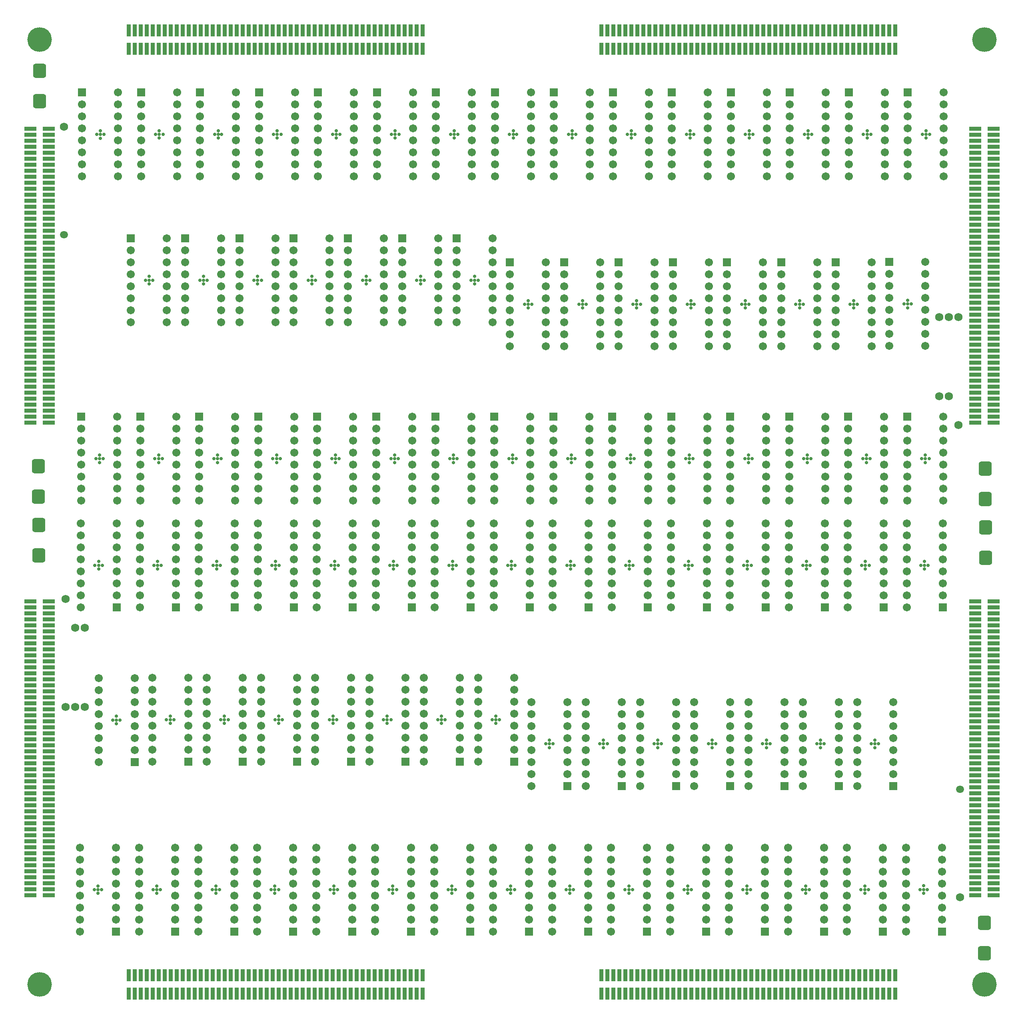
<source format=gts>
G04 Layer_Color=8388736*
%FSLAX25Y25*%
%MOIN*%
G70*
G01*
G75*
G04:AMPARAMS|DCode=38|XSize=117.06mil|YSize=108.39mil|CornerRadius=19.06mil|HoleSize=0mil|Usage=FLASHONLY|Rotation=90.000|XOffset=0mil|YOffset=0mil|HoleType=Round|Shape=RoundedRectangle|*
%AMROUNDEDRECTD38*
21,1,0.11706,0.07028,0,0,90.0*
21,1,0.07894,0.10839,0,0,90.0*
1,1,0.03812,0.03514,0.03947*
1,1,0.03812,0.03514,-0.03947*
1,1,0.03812,-0.03514,-0.03947*
1,1,0.03812,-0.03514,0.03947*
%
%ADD38ROUNDEDRECTD38*%
%ADD39R,0.10249X0.03713*%
%ADD40R,0.03713X0.10249*%
%ADD41C,0.20485*%
%ADD42C,0.06706*%
%ADD43R,0.06706X0.06706*%
%ADD44C,0.06800*%
%ADD45O,0.06800X0.05918*%
%ADD46C,0.02768*%
D38*
X393897Y-342519D02*
D03*
Y-367834D02*
D03*
X-393897Y342519D02*
D03*
Y367834D02*
D03*
X394881Y-12795D02*
D03*
Y-38110D02*
D03*
X-394881Y12795D02*
D03*
Y38110D02*
D03*
X-394489Y-10826D02*
D03*
Y-36141D02*
D03*
X394489Y10826D02*
D03*
Y36141D02*
D03*
D39*
X-401378Y319350D02*
D03*
Y314350D02*
D03*
Y309350D02*
D03*
Y304350D02*
D03*
Y299350D02*
D03*
Y294350D02*
D03*
Y289350D02*
D03*
Y284350D02*
D03*
Y279350D02*
D03*
Y274350D02*
D03*
Y269350D02*
D03*
Y264350D02*
D03*
Y259350D02*
D03*
Y254350D02*
D03*
Y249350D02*
D03*
Y244350D02*
D03*
Y239350D02*
D03*
Y234350D02*
D03*
Y229350D02*
D03*
Y224350D02*
D03*
Y219350D02*
D03*
Y214350D02*
D03*
Y209350D02*
D03*
Y204350D02*
D03*
Y199350D02*
D03*
Y194350D02*
D03*
Y189350D02*
D03*
Y184350D02*
D03*
Y179350D02*
D03*
Y174350D02*
D03*
Y169350D02*
D03*
Y164350D02*
D03*
Y159350D02*
D03*
Y154350D02*
D03*
Y149350D02*
D03*
Y144350D02*
D03*
Y139350D02*
D03*
Y134350D02*
D03*
Y129350D02*
D03*
Y124350D02*
D03*
Y119350D02*
D03*
Y114350D02*
D03*
Y109350D02*
D03*
Y104350D02*
D03*
Y99350D02*
D03*
Y94350D02*
D03*
Y89350D02*
D03*
Y84350D02*
D03*
Y79350D02*
D03*
Y74350D02*
D03*
X-386023Y319350D02*
D03*
Y314350D02*
D03*
Y309350D02*
D03*
Y304350D02*
D03*
Y299350D02*
D03*
Y294350D02*
D03*
Y289350D02*
D03*
Y284350D02*
D03*
Y279350D02*
D03*
Y274350D02*
D03*
Y269350D02*
D03*
Y264350D02*
D03*
Y259350D02*
D03*
Y254350D02*
D03*
Y249350D02*
D03*
Y244350D02*
D03*
Y239350D02*
D03*
Y234350D02*
D03*
Y229350D02*
D03*
Y224350D02*
D03*
Y219350D02*
D03*
Y214350D02*
D03*
Y209350D02*
D03*
Y204350D02*
D03*
Y199350D02*
D03*
Y194350D02*
D03*
Y189350D02*
D03*
Y184350D02*
D03*
Y179350D02*
D03*
Y174350D02*
D03*
Y169350D02*
D03*
Y164350D02*
D03*
Y159350D02*
D03*
Y154350D02*
D03*
Y149350D02*
D03*
Y144350D02*
D03*
Y139350D02*
D03*
Y134350D02*
D03*
Y129350D02*
D03*
Y124350D02*
D03*
Y119350D02*
D03*
Y114350D02*
D03*
Y109350D02*
D03*
Y104350D02*
D03*
Y99350D02*
D03*
Y94350D02*
D03*
Y89350D02*
D03*
Y84350D02*
D03*
Y79350D02*
D03*
Y74350D02*
D03*
X386024Y319350D02*
D03*
Y314350D02*
D03*
Y309350D02*
D03*
Y304350D02*
D03*
Y299350D02*
D03*
Y294350D02*
D03*
Y289350D02*
D03*
Y284350D02*
D03*
Y279350D02*
D03*
Y274350D02*
D03*
Y269350D02*
D03*
Y264350D02*
D03*
Y259350D02*
D03*
Y254350D02*
D03*
Y249350D02*
D03*
Y244350D02*
D03*
Y239350D02*
D03*
Y234350D02*
D03*
Y229350D02*
D03*
Y224350D02*
D03*
Y219350D02*
D03*
Y214350D02*
D03*
Y209350D02*
D03*
Y204350D02*
D03*
Y199350D02*
D03*
Y194350D02*
D03*
Y189350D02*
D03*
Y184350D02*
D03*
Y179350D02*
D03*
Y174350D02*
D03*
Y169350D02*
D03*
Y164350D02*
D03*
Y159350D02*
D03*
Y154350D02*
D03*
Y149350D02*
D03*
Y144350D02*
D03*
Y139350D02*
D03*
Y134350D02*
D03*
Y129350D02*
D03*
Y124350D02*
D03*
Y119350D02*
D03*
Y114350D02*
D03*
Y109350D02*
D03*
Y104350D02*
D03*
Y99350D02*
D03*
Y94350D02*
D03*
Y89350D02*
D03*
Y84350D02*
D03*
Y79350D02*
D03*
Y74350D02*
D03*
X401378Y319350D02*
D03*
Y314350D02*
D03*
Y309350D02*
D03*
Y304350D02*
D03*
Y299350D02*
D03*
Y294350D02*
D03*
Y289350D02*
D03*
Y284350D02*
D03*
Y279350D02*
D03*
Y274350D02*
D03*
Y269350D02*
D03*
Y264350D02*
D03*
Y259350D02*
D03*
Y254350D02*
D03*
Y249350D02*
D03*
Y244350D02*
D03*
Y239350D02*
D03*
Y234350D02*
D03*
Y229350D02*
D03*
Y224350D02*
D03*
Y219350D02*
D03*
Y214350D02*
D03*
Y209350D02*
D03*
Y204350D02*
D03*
Y199350D02*
D03*
Y194350D02*
D03*
Y189350D02*
D03*
Y184350D02*
D03*
Y179350D02*
D03*
Y174350D02*
D03*
Y169350D02*
D03*
Y164350D02*
D03*
Y159350D02*
D03*
Y154350D02*
D03*
Y149350D02*
D03*
Y144350D02*
D03*
Y139350D02*
D03*
Y134350D02*
D03*
Y129350D02*
D03*
Y124350D02*
D03*
Y119350D02*
D03*
Y114350D02*
D03*
Y109350D02*
D03*
Y104350D02*
D03*
Y99350D02*
D03*
Y94350D02*
D03*
Y89350D02*
D03*
Y84350D02*
D03*
Y79350D02*
D03*
Y74350D02*
D03*
X-386024Y-319350D02*
D03*
Y-314350D02*
D03*
Y-309350D02*
D03*
Y-304350D02*
D03*
Y-299350D02*
D03*
Y-294350D02*
D03*
Y-289350D02*
D03*
Y-284350D02*
D03*
Y-279350D02*
D03*
Y-274350D02*
D03*
Y-269350D02*
D03*
Y-264350D02*
D03*
Y-259350D02*
D03*
Y-254350D02*
D03*
Y-249350D02*
D03*
Y-244350D02*
D03*
Y-239350D02*
D03*
Y-234350D02*
D03*
Y-229350D02*
D03*
Y-224350D02*
D03*
Y-219350D02*
D03*
Y-214350D02*
D03*
Y-209350D02*
D03*
Y-204350D02*
D03*
Y-199350D02*
D03*
Y-194350D02*
D03*
Y-189350D02*
D03*
Y-184350D02*
D03*
Y-179350D02*
D03*
Y-174350D02*
D03*
Y-169350D02*
D03*
Y-164350D02*
D03*
Y-159350D02*
D03*
Y-154350D02*
D03*
Y-149350D02*
D03*
Y-144350D02*
D03*
Y-139350D02*
D03*
Y-134350D02*
D03*
Y-129350D02*
D03*
Y-124350D02*
D03*
Y-119350D02*
D03*
Y-114350D02*
D03*
Y-109350D02*
D03*
Y-104350D02*
D03*
Y-99350D02*
D03*
Y-94350D02*
D03*
Y-89350D02*
D03*
Y-84350D02*
D03*
Y-79350D02*
D03*
Y-74350D02*
D03*
X-401378Y-319350D02*
D03*
Y-314350D02*
D03*
Y-309350D02*
D03*
Y-304350D02*
D03*
Y-299350D02*
D03*
Y-294350D02*
D03*
Y-289350D02*
D03*
Y-284350D02*
D03*
Y-279350D02*
D03*
Y-274350D02*
D03*
Y-269350D02*
D03*
Y-264350D02*
D03*
Y-259350D02*
D03*
Y-254350D02*
D03*
Y-249350D02*
D03*
Y-244350D02*
D03*
Y-239350D02*
D03*
Y-234350D02*
D03*
Y-229350D02*
D03*
Y-224350D02*
D03*
Y-219350D02*
D03*
Y-214350D02*
D03*
Y-209350D02*
D03*
Y-204350D02*
D03*
Y-199350D02*
D03*
Y-194350D02*
D03*
Y-189350D02*
D03*
Y-184350D02*
D03*
Y-179350D02*
D03*
Y-174350D02*
D03*
Y-169350D02*
D03*
Y-164350D02*
D03*
Y-159350D02*
D03*
Y-154350D02*
D03*
Y-149350D02*
D03*
Y-144350D02*
D03*
Y-139350D02*
D03*
Y-134350D02*
D03*
Y-129350D02*
D03*
Y-124350D02*
D03*
Y-119350D02*
D03*
Y-114350D02*
D03*
Y-109350D02*
D03*
Y-104350D02*
D03*
Y-99350D02*
D03*
Y-94350D02*
D03*
Y-89350D02*
D03*
Y-84350D02*
D03*
Y-79350D02*
D03*
Y-74350D02*
D03*
X401378Y-319350D02*
D03*
Y-314350D02*
D03*
Y-309350D02*
D03*
Y-304350D02*
D03*
Y-299350D02*
D03*
Y-294350D02*
D03*
Y-289350D02*
D03*
Y-284350D02*
D03*
Y-279350D02*
D03*
Y-274350D02*
D03*
Y-269350D02*
D03*
Y-264350D02*
D03*
Y-259350D02*
D03*
Y-254350D02*
D03*
Y-249350D02*
D03*
Y-244350D02*
D03*
Y-239350D02*
D03*
Y-234350D02*
D03*
Y-229350D02*
D03*
Y-224350D02*
D03*
Y-219350D02*
D03*
Y-214350D02*
D03*
Y-209350D02*
D03*
Y-204350D02*
D03*
Y-199350D02*
D03*
Y-194350D02*
D03*
Y-189350D02*
D03*
Y-184350D02*
D03*
Y-179350D02*
D03*
Y-174350D02*
D03*
Y-169350D02*
D03*
Y-164350D02*
D03*
Y-159350D02*
D03*
Y-154350D02*
D03*
Y-149350D02*
D03*
Y-144350D02*
D03*
Y-139350D02*
D03*
Y-134350D02*
D03*
Y-129350D02*
D03*
Y-124350D02*
D03*
Y-119350D02*
D03*
Y-114350D02*
D03*
Y-109350D02*
D03*
Y-104350D02*
D03*
Y-99350D02*
D03*
Y-94350D02*
D03*
Y-89350D02*
D03*
Y-84350D02*
D03*
Y-79350D02*
D03*
Y-74350D02*
D03*
X386023Y-319350D02*
D03*
Y-314350D02*
D03*
Y-309350D02*
D03*
Y-304350D02*
D03*
Y-299350D02*
D03*
Y-294350D02*
D03*
Y-289350D02*
D03*
Y-284350D02*
D03*
Y-279350D02*
D03*
Y-274350D02*
D03*
Y-269350D02*
D03*
Y-264350D02*
D03*
Y-259350D02*
D03*
Y-254350D02*
D03*
Y-249350D02*
D03*
Y-244350D02*
D03*
Y-239350D02*
D03*
Y-234350D02*
D03*
Y-229350D02*
D03*
Y-224350D02*
D03*
Y-219350D02*
D03*
Y-214350D02*
D03*
Y-209350D02*
D03*
Y-204350D02*
D03*
Y-199350D02*
D03*
Y-194350D02*
D03*
Y-189350D02*
D03*
Y-184350D02*
D03*
Y-179350D02*
D03*
Y-174350D02*
D03*
Y-169350D02*
D03*
Y-164350D02*
D03*
Y-159350D02*
D03*
Y-154350D02*
D03*
Y-149350D02*
D03*
Y-144350D02*
D03*
Y-139350D02*
D03*
Y-134350D02*
D03*
Y-129350D02*
D03*
Y-124350D02*
D03*
Y-119350D02*
D03*
Y-114350D02*
D03*
Y-109350D02*
D03*
Y-104350D02*
D03*
Y-99350D02*
D03*
Y-94350D02*
D03*
Y-89350D02*
D03*
Y-84350D02*
D03*
Y-79350D02*
D03*
Y-74350D02*
D03*
D40*
X319350Y401378D02*
D03*
X314350D02*
D03*
X309350D02*
D03*
X304350D02*
D03*
X299350D02*
D03*
X294350D02*
D03*
X289350D02*
D03*
X284350D02*
D03*
X279350D02*
D03*
X274350D02*
D03*
X269350D02*
D03*
X264350D02*
D03*
X259350D02*
D03*
X254350D02*
D03*
X249350D02*
D03*
X244350D02*
D03*
X239350D02*
D03*
X234350D02*
D03*
X229350D02*
D03*
X224350D02*
D03*
X219350D02*
D03*
X214350D02*
D03*
X209350D02*
D03*
X204350D02*
D03*
X199350D02*
D03*
X194350D02*
D03*
X189350D02*
D03*
X184350D02*
D03*
X179350D02*
D03*
X174350D02*
D03*
X169350D02*
D03*
X164350D02*
D03*
X159350D02*
D03*
X154350D02*
D03*
X149350D02*
D03*
X144350D02*
D03*
X139350D02*
D03*
X134350D02*
D03*
X129350D02*
D03*
X124350D02*
D03*
X119350D02*
D03*
X114350D02*
D03*
X109350D02*
D03*
X104350D02*
D03*
X99350D02*
D03*
X94350D02*
D03*
X89350D02*
D03*
X84350D02*
D03*
X79350D02*
D03*
X74350D02*
D03*
X319350Y386023D02*
D03*
X314350D02*
D03*
X309350D02*
D03*
X304350D02*
D03*
X299350D02*
D03*
X294350D02*
D03*
X289350D02*
D03*
X284350D02*
D03*
X279350D02*
D03*
X274350D02*
D03*
X269350D02*
D03*
X264350D02*
D03*
X259350D02*
D03*
X254350D02*
D03*
X249350D02*
D03*
X244350D02*
D03*
X239350D02*
D03*
X234350D02*
D03*
X229350D02*
D03*
X224350D02*
D03*
X219350D02*
D03*
X214350D02*
D03*
X209350D02*
D03*
X204350D02*
D03*
X199350D02*
D03*
X194350D02*
D03*
X189350D02*
D03*
X184350D02*
D03*
X179350D02*
D03*
X174350D02*
D03*
X169350D02*
D03*
X164350D02*
D03*
X159350D02*
D03*
X154350D02*
D03*
X149350D02*
D03*
X144350D02*
D03*
X139350D02*
D03*
X134350D02*
D03*
X129350D02*
D03*
X124350D02*
D03*
X119350D02*
D03*
X114350D02*
D03*
X109350D02*
D03*
X104350D02*
D03*
X99350D02*
D03*
X94350D02*
D03*
X89350D02*
D03*
X84350D02*
D03*
X79350D02*
D03*
X74350D02*
D03*
X-319350Y401378D02*
D03*
X-314350D02*
D03*
X-309350D02*
D03*
X-304350D02*
D03*
X-299350D02*
D03*
X-294350D02*
D03*
X-289350D02*
D03*
X-284350D02*
D03*
X-279350D02*
D03*
X-274350D02*
D03*
X-269350D02*
D03*
X-264350D02*
D03*
X-259350D02*
D03*
X-254350D02*
D03*
X-249350D02*
D03*
X-244350D02*
D03*
X-239350D02*
D03*
X-234350D02*
D03*
X-229350D02*
D03*
X-224350D02*
D03*
X-219350D02*
D03*
X-214350D02*
D03*
X-209350D02*
D03*
X-204350D02*
D03*
X-199350D02*
D03*
X-194350D02*
D03*
X-189350D02*
D03*
X-184350D02*
D03*
X-179350D02*
D03*
X-174350D02*
D03*
X-169350D02*
D03*
X-164350D02*
D03*
X-159350D02*
D03*
X-154350D02*
D03*
X-149350D02*
D03*
X-144350D02*
D03*
X-139350D02*
D03*
X-134350D02*
D03*
X-129350D02*
D03*
X-124350D02*
D03*
X-119350D02*
D03*
X-114350D02*
D03*
X-109350D02*
D03*
X-104350D02*
D03*
X-99350D02*
D03*
X-94350D02*
D03*
X-89350D02*
D03*
X-84350D02*
D03*
X-79350D02*
D03*
X-74350D02*
D03*
X-319350Y386023D02*
D03*
X-314350D02*
D03*
X-309350D02*
D03*
X-304350D02*
D03*
X-299350D02*
D03*
X-294350D02*
D03*
X-289350D02*
D03*
X-284350D02*
D03*
X-279350D02*
D03*
X-274350D02*
D03*
X-269350D02*
D03*
X-264350D02*
D03*
X-259350D02*
D03*
X-254350D02*
D03*
X-249350D02*
D03*
X-244350D02*
D03*
X-239350D02*
D03*
X-234350D02*
D03*
X-229350D02*
D03*
X-224350D02*
D03*
X-219350D02*
D03*
X-214350D02*
D03*
X-209350D02*
D03*
X-204350D02*
D03*
X-199350D02*
D03*
X-194350D02*
D03*
X-189350D02*
D03*
X-184350D02*
D03*
X-179350D02*
D03*
X-174350D02*
D03*
X-169350D02*
D03*
X-164350D02*
D03*
X-159350D02*
D03*
X-154350D02*
D03*
X-149350D02*
D03*
X-144350D02*
D03*
X-139350D02*
D03*
X-134350D02*
D03*
X-129350D02*
D03*
X-124350D02*
D03*
X-119350D02*
D03*
X-114350D02*
D03*
X-109350D02*
D03*
X-104350D02*
D03*
X-99350D02*
D03*
X-94350D02*
D03*
X-89350D02*
D03*
X-84350D02*
D03*
X-79350D02*
D03*
X-74350D02*
D03*
X319350Y-401378D02*
D03*
X314350D02*
D03*
X309350D02*
D03*
X304350D02*
D03*
X299350D02*
D03*
X294350D02*
D03*
X289350D02*
D03*
X284350D02*
D03*
X279350D02*
D03*
X274350D02*
D03*
X269350D02*
D03*
X264350D02*
D03*
X259350D02*
D03*
X254350D02*
D03*
X249350D02*
D03*
X244350D02*
D03*
X239350D02*
D03*
X234350D02*
D03*
X229350D02*
D03*
X224350D02*
D03*
X219350D02*
D03*
X214350D02*
D03*
X209350D02*
D03*
X204350D02*
D03*
X199350D02*
D03*
X194350D02*
D03*
X189350D02*
D03*
X184350D02*
D03*
X179350D02*
D03*
X174350D02*
D03*
X169350D02*
D03*
X164350D02*
D03*
X159350D02*
D03*
X154350D02*
D03*
X149350D02*
D03*
X144350D02*
D03*
X139350D02*
D03*
X134350D02*
D03*
X129350D02*
D03*
X124350D02*
D03*
X119350D02*
D03*
X114350D02*
D03*
X109350D02*
D03*
X104350D02*
D03*
X99350D02*
D03*
X94350D02*
D03*
X89350D02*
D03*
X84350D02*
D03*
X79350D02*
D03*
X74350D02*
D03*
X319350Y-386023D02*
D03*
X314350D02*
D03*
X309350D02*
D03*
X304350D02*
D03*
X299350D02*
D03*
X294350D02*
D03*
X289350D02*
D03*
X284350D02*
D03*
X279350D02*
D03*
X274350D02*
D03*
X269350D02*
D03*
X264350D02*
D03*
X259350D02*
D03*
X254350D02*
D03*
X249350D02*
D03*
X244350D02*
D03*
X239350D02*
D03*
X234350D02*
D03*
X229350D02*
D03*
X224350D02*
D03*
X219350D02*
D03*
X214350D02*
D03*
X209350D02*
D03*
X204350D02*
D03*
X199350D02*
D03*
X194350D02*
D03*
X189350D02*
D03*
X184350D02*
D03*
X179350D02*
D03*
X174350D02*
D03*
X169350D02*
D03*
X164350D02*
D03*
X159350D02*
D03*
X154350D02*
D03*
X149350D02*
D03*
X144350D02*
D03*
X139350D02*
D03*
X134350D02*
D03*
X129350D02*
D03*
X124350D02*
D03*
X119350D02*
D03*
X114350D02*
D03*
X109350D02*
D03*
X104350D02*
D03*
X99350D02*
D03*
X94350D02*
D03*
X89350D02*
D03*
X84350D02*
D03*
X79350D02*
D03*
X74350D02*
D03*
X-319350Y-401378D02*
D03*
X-314350D02*
D03*
X-309350D02*
D03*
X-304350D02*
D03*
X-299350D02*
D03*
X-294350D02*
D03*
X-289350D02*
D03*
X-284350D02*
D03*
X-279350D02*
D03*
X-274350D02*
D03*
X-269350D02*
D03*
X-264350D02*
D03*
X-259350D02*
D03*
X-254350D02*
D03*
X-249350D02*
D03*
X-244350D02*
D03*
X-239350D02*
D03*
X-234350D02*
D03*
X-229350D02*
D03*
X-224350D02*
D03*
X-219350D02*
D03*
X-214350D02*
D03*
X-209350D02*
D03*
X-204350D02*
D03*
X-199350D02*
D03*
X-194350D02*
D03*
X-189350D02*
D03*
X-184350D02*
D03*
X-179350D02*
D03*
X-174350D02*
D03*
X-169350D02*
D03*
X-164350D02*
D03*
X-159350D02*
D03*
X-154350D02*
D03*
X-149350D02*
D03*
X-144350D02*
D03*
X-139350D02*
D03*
X-134350D02*
D03*
X-129350D02*
D03*
X-124350D02*
D03*
X-119350D02*
D03*
X-114350D02*
D03*
X-109350D02*
D03*
X-104350D02*
D03*
X-99350D02*
D03*
X-94350D02*
D03*
X-89350D02*
D03*
X-84350D02*
D03*
X-79350D02*
D03*
X-74350D02*
D03*
X-319350Y-386023D02*
D03*
X-314350D02*
D03*
X-309350D02*
D03*
X-304350D02*
D03*
X-299350D02*
D03*
X-294350D02*
D03*
X-289350D02*
D03*
X-284350D02*
D03*
X-279350D02*
D03*
X-274350D02*
D03*
X-269350D02*
D03*
X-264350D02*
D03*
X-259350D02*
D03*
X-254350D02*
D03*
X-249350D02*
D03*
X-244350D02*
D03*
X-239350D02*
D03*
X-234350D02*
D03*
X-229350D02*
D03*
X-224350D02*
D03*
X-219350D02*
D03*
X-214350D02*
D03*
X-209350D02*
D03*
X-204350D02*
D03*
X-199350D02*
D03*
X-194350D02*
D03*
X-189350D02*
D03*
X-184350D02*
D03*
X-179350D02*
D03*
X-174350D02*
D03*
X-169350D02*
D03*
X-164350D02*
D03*
X-159350D02*
D03*
X-154350D02*
D03*
X-149350D02*
D03*
X-144350D02*
D03*
X-139350D02*
D03*
X-134350D02*
D03*
X-129350D02*
D03*
X-124350D02*
D03*
X-119350D02*
D03*
X-114350D02*
D03*
X-109350D02*
D03*
X-104350D02*
D03*
X-99350D02*
D03*
X-94350D02*
D03*
X-89350D02*
D03*
X-84350D02*
D03*
X-79350D02*
D03*
X-74350D02*
D03*
D41*
X-393701Y-393701D02*
D03*
X393701D02*
D03*
X-393701Y393701D02*
D03*
X393701D02*
D03*
D42*
X-209251Y-138229D02*
D03*
Y-148229D02*
D03*
Y-158229D02*
D03*
Y-168229D02*
D03*
Y-178229D02*
D03*
Y-188229D02*
D03*
Y-198229D02*
D03*
Y-208229D02*
D03*
X-179251Y-138229D02*
D03*
Y-148229D02*
D03*
Y-158229D02*
D03*
Y-168229D02*
D03*
Y-178229D02*
D03*
Y-188229D02*
D03*
Y-198229D02*
D03*
X230087Y-279805D02*
D03*
Y-289805D02*
D03*
Y-299805D02*
D03*
Y-309805D02*
D03*
Y-319805D02*
D03*
Y-329805D02*
D03*
Y-339805D02*
D03*
Y-349805D02*
D03*
X260087Y-279805D02*
D03*
Y-289805D02*
D03*
Y-299805D02*
D03*
Y-309805D02*
D03*
Y-319805D02*
D03*
Y-329805D02*
D03*
Y-339805D02*
D03*
X-360002Y-279805D02*
D03*
Y-289805D02*
D03*
Y-299805D02*
D03*
Y-309805D02*
D03*
Y-319805D02*
D03*
Y-329805D02*
D03*
Y-339805D02*
D03*
Y-349805D02*
D03*
X-330002Y-279805D02*
D03*
Y-289805D02*
D03*
Y-299805D02*
D03*
Y-309805D02*
D03*
Y-319805D02*
D03*
Y-329805D02*
D03*
Y-339805D02*
D03*
X-310828Y-279805D02*
D03*
Y-289805D02*
D03*
Y-299805D02*
D03*
Y-309805D02*
D03*
Y-319805D02*
D03*
Y-329805D02*
D03*
Y-339805D02*
D03*
Y-349805D02*
D03*
X-280828Y-279805D02*
D03*
Y-289805D02*
D03*
Y-299805D02*
D03*
Y-309805D02*
D03*
Y-319805D02*
D03*
Y-329805D02*
D03*
Y-339805D02*
D03*
X-261654Y-279805D02*
D03*
Y-289805D02*
D03*
Y-299805D02*
D03*
Y-309805D02*
D03*
Y-319805D02*
D03*
Y-329805D02*
D03*
Y-339805D02*
D03*
Y-349805D02*
D03*
X-231654Y-279805D02*
D03*
Y-289805D02*
D03*
Y-299805D02*
D03*
Y-309805D02*
D03*
Y-319805D02*
D03*
Y-329805D02*
D03*
Y-339805D02*
D03*
X-212480Y-279805D02*
D03*
Y-289805D02*
D03*
Y-299805D02*
D03*
Y-309805D02*
D03*
Y-319805D02*
D03*
Y-329805D02*
D03*
Y-339805D02*
D03*
Y-349805D02*
D03*
X-182480Y-279805D02*
D03*
Y-289805D02*
D03*
Y-299805D02*
D03*
Y-309805D02*
D03*
Y-319805D02*
D03*
Y-329805D02*
D03*
Y-339805D02*
D03*
X-163306Y-279805D02*
D03*
Y-289805D02*
D03*
Y-299805D02*
D03*
Y-309805D02*
D03*
Y-319805D02*
D03*
Y-329805D02*
D03*
Y-339805D02*
D03*
Y-349805D02*
D03*
X-133306Y-279805D02*
D03*
Y-289805D02*
D03*
Y-299805D02*
D03*
Y-309805D02*
D03*
Y-319805D02*
D03*
Y-329805D02*
D03*
Y-339805D02*
D03*
X-114132Y-279805D02*
D03*
Y-289805D02*
D03*
Y-299805D02*
D03*
Y-309805D02*
D03*
Y-319805D02*
D03*
Y-329805D02*
D03*
Y-339805D02*
D03*
Y-349805D02*
D03*
X-84132Y-279805D02*
D03*
Y-289805D02*
D03*
Y-299805D02*
D03*
Y-309805D02*
D03*
Y-319805D02*
D03*
Y-329805D02*
D03*
Y-339805D02*
D03*
X-64958Y-279805D02*
D03*
Y-289805D02*
D03*
Y-299805D02*
D03*
Y-309805D02*
D03*
Y-319805D02*
D03*
Y-329805D02*
D03*
Y-339805D02*
D03*
Y-349805D02*
D03*
X-34958Y-279805D02*
D03*
Y-289805D02*
D03*
Y-299805D02*
D03*
Y-309805D02*
D03*
Y-319805D02*
D03*
Y-329805D02*
D03*
Y-339805D02*
D03*
X-15784Y-279805D02*
D03*
Y-289805D02*
D03*
Y-299805D02*
D03*
Y-309805D02*
D03*
Y-319805D02*
D03*
Y-329805D02*
D03*
Y-339805D02*
D03*
Y-349805D02*
D03*
X14216Y-279805D02*
D03*
Y-289805D02*
D03*
Y-299805D02*
D03*
Y-309805D02*
D03*
Y-319805D02*
D03*
Y-329805D02*
D03*
Y-339805D02*
D03*
X33390Y-279805D02*
D03*
Y-289805D02*
D03*
Y-299805D02*
D03*
Y-309805D02*
D03*
Y-319805D02*
D03*
Y-329805D02*
D03*
Y-339805D02*
D03*
Y-349805D02*
D03*
X63390Y-279805D02*
D03*
Y-289805D02*
D03*
Y-299805D02*
D03*
Y-309805D02*
D03*
Y-319805D02*
D03*
Y-329805D02*
D03*
Y-339805D02*
D03*
X82565Y-279805D02*
D03*
Y-289805D02*
D03*
Y-299805D02*
D03*
Y-309805D02*
D03*
Y-319805D02*
D03*
Y-329805D02*
D03*
Y-339805D02*
D03*
Y-349805D02*
D03*
X112565Y-279805D02*
D03*
Y-289805D02*
D03*
Y-299805D02*
D03*
Y-309805D02*
D03*
Y-319805D02*
D03*
Y-329805D02*
D03*
Y-339805D02*
D03*
X131739Y-279805D02*
D03*
Y-289805D02*
D03*
Y-299805D02*
D03*
Y-309805D02*
D03*
Y-319805D02*
D03*
Y-329805D02*
D03*
Y-339805D02*
D03*
Y-349805D02*
D03*
X161739Y-279805D02*
D03*
Y-289805D02*
D03*
Y-299805D02*
D03*
Y-309805D02*
D03*
Y-319805D02*
D03*
Y-329805D02*
D03*
Y-339805D02*
D03*
X180913Y-279805D02*
D03*
Y-289805D02*
D03*
Y-299805D02*
D03*
Y-309805D02*
D03*
Y-319805D02*
D03*
Y-329805D02*
D03*
Y-339805D02*
D03*
Y-349805D02*
D03*
X210913Y-279805D02*
D03*
Y-289805D02*
D03*
Y-299805D02*
D03*
Y-309805D02*
D03*
Y-319805D02*
D03*
Y-329805D02*
D03*
Y-339805D02*
D03*
X279261Y-279805D02*
D03*
Y-289805D02*
D03*
Y-299805D02*
D03*
Y-309805D02*
D03*
Y-319805D02*
D03*
Y-329805D02*
D03*
Y-339805D02*
D03*
Y-349805D02*
D03*
X309261Y-279805D02*
D03*
Y-289805D02*
D03*
Y-299805D02*
D03*
Y-309805D02*
D03*
Y-319805D02*
D03*
Y-329805D02*
D03*
Y-339805D02*
D03*
X-344600Y-138400D02*
D03*
Y-148400D02*
D03*
Y-158400D02*
D03*
Y-168400D02*
D03*
Y-178400D02*
D03*
Y-188400D02*
D03*
Y-198400D02*
D03*
Y-208400D02*
D03*
X-314600Y-138400D02*
D03*
Y-148400D02*
D03*
Y-158400D02*
D03*
Y-168400D02*
D03*
Y-178400D02*
D03*
Y-188400D02*
D03*
Y-198400D02*
D03*
X-299725Y-138229D02*
D03*
Y-148229D02*
D03*
Y-158229D02*
D03*
Y-168229D02*
D03*
Y-178229D02*
D03*
Y-188229D02*
D03*
Y-198229D02*
D03*
Y-208229D02*
D03*
X-269725Y-138229D02*
D03*
Y-148229D02*
D03*
Y-158229D02*
D03*
Y-168229D02*
D03*
Y-178229D02*
D03*
Y-188229D02*
D03*
Y-198229D02*
D03*
X-254488Y-138229D02*
D03*
Y-148229D02*
D03*
Y-158229D02*
D03*
Y-168229D02*
D03*
Y-178229D02*
D03*
Y-188229D02*
D03*
Y-198229D02*
D03*
Y-208229D02*
D03*
X-224488Y-138229D02*
D03*
Y-148229D02*
D03*
Y-158229D02*
D03*
Y-168229D02*
D03*
Y-178229D02*
D03*
Y-188229D02*
D03*
Y-198229D02*
D03*
X-164014Y-138229D02*
D03*
Y-148229D02*
D03*
Y-158229D02*
D03*
Y-168229D02*
D03*
Y-178229D02*
D03*
Y-188229D02*
D03*
Y-198229D02*
D03*
Y-208229D02*
D03*
X-134014Y-138229D02*
D03*
Y-148229D02*
D03*
Y-158229D02*
D03*
Y-168229D02*
D03*
Y-178229D02*
D03*
Y-188229D02*
D03*
Y-198229D02*
D03*
X-118777Y-138229D02*
D03*
Y-148229D02*
D03*
Y-158229D02*
D03*
Y-168229D02*
D03*
Y-178229D02*
D03*
Y-188229D02*
D03*
Y-198229D02*
D03*
Y-208229D02*
D03*
X-88777Y-138229D02*
D03*
Y-148229D02*
D03*
Y-158229D02*
D03*
Y-168229D02*
D03*
Y-178229D02*
D03*
Y-188229D02*
D03*
Y-198229D02*
D03*
X-73540Y-138229D02*
D03*
Y-148229D02*
D03*
Y-158229D02*
D03*
Y-168229D02*
D03*
Y-178229D02*
D03*
Y-188229D02*
D03*
Y-198229D02*
D03*
Y-208229D02*
D03*
X-43540Y-138229D02*
D03*
Y-148229D02*
D03*
Y-158229D02*
D03*
Y-168229D02*
D03*
Y-178229D02*
D03*
Y-188229D02*
D03*
Y-198229D02*
D03*
X-28303Y-138229D02*
D03*
Y-148229D02*
D03*
Y-158229D02*
D03*
Y-168229D02*
D03*
Y-178229D02*
D03*
Y-188229D02*
D03*
Y-198229D02*
D03*
Y-208229D02*
D03*
X1697Y-138229D02*
D03*
Y-148229D02*
D03*
Y-158229D02*
D03*
Y-168229D02*
D03*
Y-178229D02*
D03*
Y-188229D02*
D03*
Y-198229D02*
D03*
X328429Y-279724D02*
D03*
Y-289724D02*
D03*
Y-299724D02*
D03*
Y-309724D02*
D03*
Y-319724D02*
D03*
Y-329724D02*
D03*
Y-339724D02*
D03*
Y-349724D02*
D03*
X358429Y-279724D02*
D03*
Y-289724D02*
D03*
Y-299724D02*
D03*
Y-309724D02*
D03*
Y-319724D02*
D03*
Y-329724D02*
D03*
Y-339724D02*
D03*
X16287Y-158331D02*
D03*
Y-168331D02*
D03*
Y-178331D02*
D03*
Y-188331D02*
D03*
Y-198331D02*
D03*
Y-208331D02*
D03*
Y-218331D02*
D03*
Y-228331D02*
D03*
X46287Y-158331D02*
D03*
Y-168331D02*
D03*
Y-178331D02*
D03*
Y-188331D02*
D03*
Y-198331D02*
D03*
Y-208331D02*
D03*
Y-218331D02*
D03*
X61524Y-158331D02*
D03*
Y-168331D02*
D03*
Y-178331D02*
D03*
Y-188331D02*
D03*
Y-198331D02*
D03*
Y-208331D02*
D03*
Y-218331D02*
D03*
Y-228331D02*
D03*
X91524Y-158331D02*
D03*
Y-168331D02*
D03*
Y-178331D02*
D03*
Y-188331D02*
D03*
Y-198331D02*
D03*
Y-208331D02*
D03*
Y-218331D02*
D03*
X106761Y-158331D02*
D03*
Y-168331D02*
D03*
Y-178331D02*
D03*
Y-188331D02*
D03*
Y-198331D02*
D03*
Y-208331D02*
D03*
Y-218331D02*
D03*
Y-228331D02*
D03*
X136761Y-158331D02*
D03*
Y-168331D02*
D03*
Y-178331D02*
D03*
Y-188331D02*
D03*
Y-198331D02*
D03*
Y-208331D02*
D03*
Y-218331D02*
D03*
X151998Y-158331D02*
D03*
Y-168331D02*
D03*
Y-178331D02*
D03*
Y-188331D02*
D03*
Y-198331D02*
D03*
Y-208331D02*
D03*
Y-218331D02*
D03*
Y-228331D02*
D03*
X181998Y-158331D02*
D03*
Y-168331D02*
D03*
Y-178331D02*
D03*
Y-188331D02*
D03*
Y-198331D02*
D03*
Y-208331D02*
D03*
Y-218331D02*
D03*
X197235Y-158331D02*
D03*
Y-168331D02*
D03*
Y-178331D02*
D03*
Y-188331D02*
D03*
Y-198331D02*
D03*
Y-208331D02*
D03*
Y-218331D02*
D03*
Y-228331D02*
D03*
X227235Y-158331D02*
D03*
Y-168331D02*
D03*
Y-178331D02*
D03*
Y-188331D02*
D03*
Y-198331D02*
D03*
Y-208331D02*
D03*
Y-218331D02*
D03*
X242472Y-158331D02*
D03*
Y-168331D02*
D03*
Y-178331D02*
D03*
Y-188331D02*
D03*
Y-198331D02*
D03*
Y-208331D02*
D03*
Y-218331D02*
D03*
Y-228331D02*
D03*
X272472Y-158331D02*
D03*
Y-168331D02*
D03*
Y-178331D02*
D03*
Y-188331D02*
D03*
Y-198331D02*
D03*
Y-208331D02*
D03*
Y-218331D02*
D03*
X287709Y-158331D02*
D03*
Y-168331D02*
D03*
Y-178331D02*
D03*
Y-188331D02*
D03*
Y-198331D02*
D03*
Y-208331D02*
D03*
Y-218331D02*
D03*
Y-228331D02*
D03*
X317709Y-158331D02*
D03*
Y-168331D02*
D03*
Y-178331D02*
D03*
Y-188331D02*
D03*
Y-198331D02*
D03*
Y-208331D02*
D03*
Y-218331D02*
D03*
X-359402Y-9383D02*
D03*
Y-19383D02*
D03*
Y-29383D02*
D03*
Y-39383D02*
D03*
Y-49383D02*
D03*
Y-59383D02*
D03*
Y-69383D02*
D03*
Y-79383D02*
D03*
X-329402Y-9383D02*
D03*
Y-19383D02*
D03*
Y-29383D02*
D03*
Y-39383D02*
D03*
Y-49383D02*
D03*
Y-59383D02*
D03*
Y-69383D02*
D03*
X-310228Y-9383D02*
D03*
Y-19383D02*
D03*
Y-29383D02*
D03*
Y-39383D02*
D03*
Y-49383D02*
D03*
Y-59383D02*
D03*
Y-69383D02*
D03*
Y-79383D02*
D03*
X-280228Y-9383D02*
D03*
Y-19383D02*
D03*
Y-29383D02*
D03*
Y-39383D02*
D03*
Y-49383D02*
D03*
Y-59383D02*
D03*
Y-69383D02*
D03*
X-261054Y-9383D02*
D03*
Y-19383D02*
D03*
Y-29383D02*
D03*
Y-39383D02*
D03*
Y-49383D02*
D03*
Y-59383D02*
D03*
Y-69383D02*
D03*
Y-79383D02*
D03*
X-231054Y-9383D02*
D03*
Y-19383D02*
D03*
Y-29383D02*
D03*
Y-39383D02*
D03*
Y-49383D02*
D03*
Y-59383D02*
D03*
Y-69383D02*
D03*
X-211880Y-9383D02*
D03*
Y-19383D02*
D03*
Y-29383D02*
D03*
Y-39383D02*
D03*
Y-49383D02*
D03*
Y-59383D02*
D03*
Y-69383D02*
D03*
Y-79383D02*
D03*
X-181880Y-9383D02*
D03*
Y-19383D02*
D03*
Y-29383D02*
D03*
Y-39383D02*
D03*
Y-49383D02*
D03*
Y-59383D02*
D03*
Y-69383D02*
D03*
X-162706Y-9383D02*
D03*
Y-19383D02*
D03*
Y-29383D02*
D03*
Y-39383D02*
D03*
Y-49383D02*
D03*
Y-59383D02*
D03*
Y-69383D02*
D03*
Y-79383D02*
D03*
X-132706Y-9383D02*
D03*
Y-19383D02*
D03*
Y-29383D02*
D03*
Y-39383D02*
D03*
Y-49383D02*
D03*
Y-59383D02*
D03*
Y-69383D02*
D03*
X-113532Y-9383D02*
D03*
Y-19383D02*
D03*
Y-29383D02*
D03*
Y-39383D02*
D03*
Y-49383D02*
D03*
Y-59383D02*
D03*
Y-69383D02*
D03*
Y-79383D02*
D03*
X-83532Y-9383D02*
D03*
Y-19383D02*
D03*
Y-29383D02*
D03*
Y-39383D02*
D03*
Y-49383D02*
D03*
Y-59383D02*
D03*
Y-69383D02*
D03*
X-64358Y-9383D02*
D03*
Y-19383D02*
D03*
Y-29383D02*
D03*
Y-39383D02*
D03*
Y-49383D02*
D03*
Y-59383D02*
D03*
Y-69383D02*
D03*
Y-79383D02*
D03*
X-34358Y-9383D02*
D03*
Y-19383D02*
D03*
Y-29383D02*
D03*
Y-39383D02*
D03*
Y-49383D02*
D03*
Y-59383D02*
D03*
Y-69383D02*
D03*
X-15184Y-9383D02*
D03*
Y-19383D02*
D03*
Y-29383D02*
D03*
Y-39383D02*
D03*
Y-49383D02*
D03*
Y-59383D02*
D03*
Y-69383D02*
D03*
Y-79383D02*
D03*
X14816Y-9383D02*
D03*
Y-19383D02*
D03*
Y-29383D02*
D03*
Y-39383D02*
D03*
Y-49383D02*
D03*
Y-59383D02*
D03*
Y-69383D02*
D03*
X33990Y-9383D02*
D03*
Y-19383D02*
D03*
Y-29383D02*
D03*
Y-39383D02*
D03*
Y-49383D02*
D03*
Y-59383D02*
D03*
Y-69383D02*
D03*
Y-79383D02*
D03*
X63990Y-9383D02*
D03*
Y-19383D02*
D03*
Y-29383D02*
D03*
Y-39383D02*
D03*
Y-49383D02*
D03*
Y-59383D02*
D03*
Y-69383D02*
D03*
X83165Y-9383D02*
D03*
Y-19383D02*
D03*
Y-29383D02*
D03*
Y-39383D02*
D03*
Y-49383D02*
D03*
Y-59383D02*
D03*
Y-69383D02*
D03*
Y-79383D02*
D03*
X113165Y-9383D02*
D03*
Y-19383D02*
D03*
Y-29383D02*
D03*
Y-39383D02*
D03*
Y-49383D02*
D03*
Y-59383D02*
D03*
Y-69383D02*
D03*
X132339Y-9383D02*
D03*
Y-19383D02*
D03*
Y-29383D02*
D03*
Y-39383D02*
D03*
Y-49383D02*
D03*
Y-59383D02*
D03*
Y-69383D02*
D03*
Y-79383D02*
D03*
X162339Y-9383D02*
D03*
Y-19383D02*
D03*
Y-29383D02*
D03*
Y-39383D02*
D03*
Y-49383D02*
D03*
Y-59383D02*
D03*
Y-69383D02*
D03*
X181513Y-9383D02*
D03*
Y-19383D02*
D03*
Y-29383D02*
D03*
Y-39383D02*
D03*
Y-49383D02*
D03*
Y-59383D02*
D03*
Y-69383D02*
D03*
Y-79383D02*
D03*
X211513Y-9383D02*
D03*
Y-19383D02*
D03*
Y-29383D02*
D03*
Y-39383D02*
D03*
Y-49383D02*
D03*
Y-59383D02*
D03*
Y-69383D02*
D03*
X230687Y-9383D02*
D03*
Y-19383D02*
D03*
Y-29383D02*
D03*
Y-39383D02*
D03*
Y-49383D02*
D03*
Y-59383D02*
D03*
Y-69383D02*
D03*
Y-79383D02*
D03*
X260687Y-9383D02*
D03*
Y-19383D02*
D03*
Y-29383D02*
D03*
Y-39383D02*
D03*
Y-49383D02*
D03*
Y-59383D02*
D03*
Y-69383D02*
D03*
X279861Y-9383D02*
D03*
Y-19383D02*
D03*
Y-29383D02*
D03*
Y-39383D02*
D03*
Y-49383D02*
D03*
Y-59383D02*
D03*
Y-69383D02*
D03*
Y-79383D02*
D03*
X309861Y-9383D02*
D03*
Y-19383D02*
D03*
Y-29383D02*
D03*
Y-39383D02*
D03*
Y-49383D02*
D03*
Y-59383D02*
D03*
Y-69383D02*
D03*
X329035Y-9383D02*
D03*
Y-19383D02*
D03*
Y-29383D02*
D03*
Y-39383D02*
D03*
Y-49383D02*
D03*
Y-59383D02*
D03*
Y-69383D02*
D03*
Y-79383D02*
D03*
X359035Y-9383D02*
D03*
Y-19383D02*
D03*
Y-29383D02*
D03*
Y-39383D02*
D03*
Y-49383D02*
D03*
Y-59383D02*
D03*
Y-69383D02*
D03*
X-329035Y9383D02*
D03*
Y19383D02*
D03*
Y29383D02*
D03*
Y39383D02*
D03*
Y49383D02*
D03*
Y59383D02*
D03*
Y69383D02*
D03*
Y79383D02*
D03*
X-359035Y9383D02*
D03*
Y19383D02*
D03*
Y29383D02*
D03*
Y39383D02*
D03*
Y49383D02*
D03*
Y59383D02*
D03*
Y69383D02*
D03*
X-279861Y9383D02*
D03*
Y19383D02*
D03*
Y29383D02*
D03*
Y39383D02*
D03*
Y49383D02*
D03*
Y59383D02*
D03*
Y69383D02*
D03*
Y79383D02*
D03*
X-309861Y9383D02*
D03*
Y19383D02*
D03*
Y29383D02*
D03*
Y39383D02*
D03*
Y49383D02*
D03*
Y59383D02*
D03*
Y69383D02*
D03*
X-230687Y9383D02*
D03*
Y19383D02*
D03*
Y29383D02*
D03*
Y39383D02*
D03*
Y49383D02*
D03*
Y59383D02*
D03*
Y69383D02*
D03*
Y79383D02*
D03*
X-260687Y9383D02*
D03*
Y19383D02*
D03*
Y29383D02*
D03*
Y39383D02*
D03*
Y49383D02*
D03*
Y59383D02*
D03*
Y69383D02*
D03*
X-181513Y9383D02*
D03*
Y19383D02*
D03*
Y29383D02*
D03*
Y39383D02*
D03*
Y49383D02*
D03*
Y59383D02*
D03*
Y69383D02*
D03*
Y79383D02*
D03*
X-211513Y9383D02*
D03*
Y19383D02*
D03*
Y29383D02*
D03*
Y39383D02*
D03*
Y49383D02*
D03*
Y59383D02*
D03*
Y69383D02*
D03*
X-132339Y9383D02*
D03*
Y19383D02*
D03*
Y29383D02*
D03*
Y39383D02*
D03*
Y49383D02*
D03*
Y59383D02*
D03*
Y69383D02*
D03*
Y79383D02*
D03*
X-162339Y9383D02*
D03*
Y19383D02*
D03*
Y29383D02*
D03*
Y39383D02*
D03*
Y49383D02*
D03*
Y59383D02*
D03*
Y69383D02*
D03*
X-83165Y9383D02*
D03*
Y19383D02*
D03*
Y29383D02*
D03*
Y39383D02*
D03*
Y49383D02*
D03*
Y59383D02*
D03*
Y69383D02*
D03*
Y79383D02*
D03*
X-113165Y9383D02*
D03*
Y19383D02*
D03*
Y29383D02*
D03*
Y39383D02*
D03*
Y49383D02*
D03*
Y59383D02*
D03*
Y69383D02*
D03*
X-33990Y9383D02*
D03*
Y19383D02*
D03*
Y29383D02*
D03*
Y39383D02*
D03*
Y49383D02*
D03*
Y59383D02*
D03*
Y69383D02*
D03*
Y79383D02*
D03*
X-63990Y9383D02*
D03*
Y19383D02*
D03*
Y29383D02*
D03*
Y39383D02*
D03*
Y49383D02*
D03*
Y59383D02*
D03*
Y69383D02*
D03*
X15184Y9383D02*
D03*
Y19383D02*
D03*
Y29383D02*
D03*
Y39383D02*
D03*
Y49383D02*
D03*
Y59383D02*
D03*
Y69383D02*
D03*
Y79383D02*
D03*
X-14816Y9383D02*
D03*
Y19383D02*
D03*
Y29383D02*
D03*
Y39383D02*
D03*
Y49383D02*
D03*
Y59383D02*
D03*
Y69383D02*
D03*
X64358Y9383D02*
D03*
Y19383D02*
D03*
Y29383D02*
D03*
Y39383D02*
D03*
Y49383D02*
D03*
Y59383D02*
D03*
Y69383D02*
D03*
Y79383D02*
D03*
X34358Y9383D02*
D03*
Y19383D02*
D03*
Y29383D02*
D03*
Y39383D02*
D03*
Y49383D02*
D03*
Y59383D02*
D03*
Y69383D02*
D03*
X113532Y9383D02*
D03*
Y19383D02*
D03*
Y29383D02*
D03*
Y39383D02*
D03*
Y49383D02*
D03*
Y59383D02*
D03*
Y69383D02*
D03*
Y79383D02*
D03*
X83532Y9383D02*
D03*
Y19383D02*
D03*
Y29383D02*
D03*
Y39383D02*
D03*
Y49383D02*
D03*
Y59383D02*
D03*
Y69383D02*
D03*
X162706Y9383D02*
D03*
Y19383D02*
D03*
Y29383D02*
D03*
Y39383D02*
D03*
Y49383D02*
D03*
Y59383D02*
D03*
Y69383D02*
D03*
Y79383D02*
D03*
X132706Y9383D02*
D03*
Y19383D02*
D03*
Y29383D02*
D03*
Y39383D02*
D03*
Y49383D02*
D03*
Y59383D02*
D03*
Y69383D02*
D03*
X211880Y9383D02*
D03*
Y19383D02*
D03*
Y29383D02*
D03*
Y39383D02*
D03*
Y49383D02*
D03*
Y59383D02*
D03*
Y69383D02*
D03*
Y79383D02*
D03*
X181880Y9383D02*
D03*
Y19383D02*
D03*
Y29383D02*
D03*
Y39383D02*
D03*
Y49383D02*
D03*
Y59383D02*
D03*
Y69383D02*
D03*
X261054Y9383D02*
D03*
Y19383D02*
D03*
Y29383D02*
D03*
Y39383D02*
D03*
Y49383D02*
D03*
Y59383D02*
D03*
Y69383D02*
D03*
Y79383D02*
D03*
X231054Y9383D02*
D03*
Y19383D02*
D03*
Y29383D02*
D03*
Y39383D02*
D03*
Y49383D02*
D03*
Y59383D02*
D03*
Y69383D02*
D03*
X310228Y9383D02*
D03*
Y19383D02*
D03*
Y29383D02*
D03*
Y39383D02*
D03*
Y49383D02*
D03*
Y59383D02*
D03*
Y69383D02*
D03*
Y79383D02*
D03*
X280228Y9383D02*
D03*
Y19383D02*
D03*
Y29383D02*
D03*
Y39383D02*
D03*
Y49383D02*
D03*
Y59383D02*
D03*
Y69383D02*
D03*
X359402Y9383D02*
D03*
Y19383D02*
D03*
Y29383D02*
D03*
Y39383D02*
D03*
Y49383D02*
D03*
Y59383D02*
D03*
Y69383D02*
D03*
Y79383D02*
D03*
X329402Y9383D02*
D03*
Y19383D02*
D03*
Y29383D02*
D03*
Y39383D02*
D03*
Y49383D02*
D03*
Y59383D02*
D03*
Y69383D02*
D03*
X-287709Y158331D02*
D03*
Y168331D02*
D03*
Y178331D02*
D03*
Y188331D02*
D03*
Y198331D02*
D03*
Y208331D02*
D03*
Y218331D02*
D03*
Y228331D02*
D03*
X-317709Y158331D02*
D03*
Y168331D02*
D03*
Y178331D02*
D03*
Y188331D02*
D03*
Y198331D02*
D03*
Y208331D02*
D03*
Y218331D02*
D03*
X-242472Y158331D02*
D03*
Y168331D02*
D03*
Y178331D02*
D03*
Y188331D02*
D03*
Y198331D02*
D03*
Y208331D02*
D03*
Y218331D02*
D03*
Y228331D02*
D03*
X-272472Y158331D02*
D03*
Y168331D02*
D03*
Y178331D02*
D03*
Y188331D02*
D03*
Y198331D02*
D03*
Y208331D02*
D03*
Y218331D02*
D03*
X-197235Y158331D02*
D03*
Y168331D02*
D03*
Y178331D02*
D03*
Y188331D02*
D03*
Y198331D02*
D03*
Y208331D02*
D03*
Y218331D02*
D03*
Y228331D02*
D03*
X-227235Y158331D02*
D03*
Y168331D02*
D03*
Y178331D02*
D03*
Y188331D02*
D03*
Y198331D02*
D03*
Y208331D02*
D03*
Y218331D02*
D03*
X-151998Y158331D02*
D03*
Y168331D02*
D03*
Y178331D02*
D03*
Y188331D02*
D03*
Y198331D02*
D03*
Y208331D02*
D03*
Y218331D02*
D03*
Y228331D02*
D03*
X-181998Y158331D02*
D03*
Y168331D02*
D03*
Y178331D02*
D03*
Y188331D02*
D03*
Y198331D02*
D03*
Y208331D02*
D03*
Y218331D02*
D03*
X-106761Y158331D02*
D03*
Y168331D02*
D03*
Y178331D02*
D03*
Y188331D02*
D03*
Y198331D02*
D03*
Y208331D02*
D03*
Y218331D02*
D03*
Y228331D02*
D03*
X-136761Y158331D02*
D03*
Y168331D02*
D03*
Y178331D02*
D03*
Y188331D02*
D03*
Y198331D02*
D03*
Y208331D02*
D03*
Y218331D02*
D03*
X-61524Y158331D02*
D03*
Y168331D02*
D03*
Y178331D02*
D03*
Y188331D02*
D03*
Y198331D02*
D03*
Y208331D02*
D03*
Y218331D02*
D03*
Y228331D02*
D03*
X-91524Y158331D02*
D03*
Y168331D02*
D03*
Y178331D02*
D03*
Y188331D02*
D03*
Y198331D02*
D03*
Y208331D02*
D03*
Y218331D02*
D03*
X-16287Y158331D02*
D03*
Y168331D02*
D03*
Y178331D02*
D03*
Y188331D02*
D03*
Y198331D02*
D03*
Y208331D02*
D03*
Y218331D02*
D03*
Y228331D02*
D03*
X-46287Y158331D02*
D03*
Y168331D02*
D03*
Y178331D02*
D03*
Y188331D02*
D03*
Y198331D02*
D03*
Y208331D02*
D03*
Y218331D02*
D03*
X-328429Y279724D02*
D03*
Y289724D02*
D03*
Y299724D02*
D03*
Y309724D02*
D03*
Y319724D02*
D03*
Y329724D02*
D03*
Y339724D02*
D03*
Y349724D02*
D03*
X-358429Y279724D02*
D03*
Y289724D02*
D03*
Y299724D02*
D03*
Y309724D02*
D03*
Y319724D02*
D03*
Y329724D02*
D03*
Y339724D02*
D03*
X28303Y138229D02*
D03*
Y148229D02*
D03*
Y158229D02*
D03*
Y168229D02*
D03*
Y178229D02*
D03*
Y188229D02*
D03*
Y198229D02*
D03*
Y208229D02*
D03*
X-1697Y138229D02*
D03*
Y148229D02*
D03*
Y158229D02*
D03*
Y168229D02*
D03*
Y178229D02*
D03*
Y188229D02*
D03*
Y198229D02*
D03*
X73540Y138229D02*
D03*
Y148229D02*
D03*
Y158229D02*
D03*
Y168229D02*
D03*
Y178229D02*
D03*
Y188229D02*
D03*
Y198229D02*
D03*
Y208229D02*
D03*
X43540Y138229D02*
D03*
Y148229D02*
D03*
Y158229D02*
D03*
Y168229D02*
D03*
Y178229D02*
D03*
Y188229D02*
D03*
Y198229D02*
D03*
X118777Y138229D02*
D03*
Y148229D02*
D03*
Y158229D02*
D03*
Y168229D02*
D03*
Y178229D02*
D03*
Y188229D02*
D03*
Y198229D02*
D03*
Y208229D02*
D03*
X88777Y138229D02*
D03*
Y148229D02*
D03*
Y158229D02*
D03*
Y168229D02*
D03*
Y178229D02*
D03*
Y188229D02*
D03*
Y198229D02*
D03*
X164014Y138229D02*
D03*
Y148229D02*
D03*
Y158229D02*
D03*
Y168229D02*
D03*
Y178229D02*
D03*
Y188229D02*
D03*
Y198229D02*
D03*
Y208229D02*
D03*
X134014Y138229D02*
D03*
Y148229D02*
D03*
Y158229D02*
D03*
Y168229D02*
D03*
Y178229D02*
D03*
Y188229D02*
D03*
Y198229D02*
D03*
X254488Y138229D02*
D03*
Y148229D02*
D03*
Y158229D02*
D03*
Y168229D02*
D03*
Y178229D02*
D03*
Y188229D02*
D03*
Y198229D02*
D03*
Y208229D02*
D03*
X224488Y138229D02*
D03*
Y148229D02*
D03*
Y158229D02*
D03*
Y168229D02*
D03*
Y178229D02*
D03*
Y188229D02*
D03*
Y198229D02*
D03*
X299725Y138229D02*
D03*
Y148229D02*
D03*
Y158229D02*
D03*
Y168229D02*
D03*
Y178229D02*
D03*
Y188229D02*
D03*
Y198229D02*
D03*
Y208229D02*
D03*
X269725Y138229D02*
D03*
Y148229D02*
D03*
Y158229D02*
D03*
Y168229D02*
D03*
Y178229D02*
D03*
Y188229D02*
D03*
Y198229D02*
D03*
X344600Y138400D02*
D03*
Y148400D02*
D03*
Y158400D02*
D03*
Y168400D02*
D03*
Y178400D02*
D03*
Y188400D02*
D03*
Y198400D02*
D03*
Y208400D02*
D03*
X314600Y138400D02*
D03*
Y148400D02*
D03*
Y158400D02*
D03*
Y168400D02*
D03*
Y178400D02*
D03*
Y188400D02*
D03*
Y198400D02*
D03*
X-279261Y279805D02*
D03*
Y289805D02*
D03*
Y299805D02*
D03*
Y309805D02*
D03*
Y319805D02*
D03*
Y329805D02*
D03*
Y339805D02*
D03*
Y349805D02*
D03*
X-309261Y279805D02*
D03*
Y289805D02*
D03*
Y299805D02*
D03*
Y309805D02*
D03*
Y319805D02*
D03*
Y329805D02*
D03*
Y339805D02*
D03*
X-180913Y279805D02*
D03*
Y289805D02*
D03*
Y299805D02*
D03*
Y309805D02*
D03*
Y319805D02*
D03*
Y329805D02*
D03*
Y339805D02*
D03*
Y349805D02*
D03*
X-210913Y279805D02*
D03*
Y289805D02*
D03*
Y299805D02*
D03*
Y309805D02*
D03*
Y319805D02*
D03*
Y329805D02*
D03*
Y339805D02*
D03*
X-131739Y279805D02*
D03*
Y289805D02*
D03*
Y299805D02*
D03*
Y309805D02*
D03*
Y319805D02*
D03*
Y329805D02*
D03*
Y339805D02*
D03*
Y349805D02*
D03*
X-161739Y279805D02*
D03*
Y289805D02*
D03*
Y299805D02*
D03*
Y309805D02*
D03*
Y319805D02*
D03*
Y329805D02*
D03*
Y339805D02*
D03*
X-82565Y279805D02*
D03*
Y289805D02*
D03*
Y299805D02*
D03*
Y309805D02*
D03*
Y319805D02*
D03*
Y329805D02*
D03*
Y339805D02*
D03*
Y349805D02*
D03*
X-112565Y279805D02*
D03*
Y289805D02*
D03*
Y299805D02*
D03*
Y309805D02*
D03*
Y319805D02*
D03*
Y329805D02*
D03*
Y339805D02*
D03*
X-33390Y279805D02*
D03*
Y289805D02*
D03*
Y299805D02*
D03*
Y309805D02*
D03*
Y319805D02*
D03*
Y329805D02*
D03*
Y339805D02*
D03*
Y349805D02*
D03*
X-63390Y279805D02*
D03*
Y289805D02*
D03*
Y299805D02*
D03*
Y309805D02*
D03*
Y319805D02*
D03*
Y329805D02*
D03*
Y339805D02*
D03*
X15784Y279805D02*
D03*
Y289805D02*
D03*
Y299805D02*
D03*
Y309805D02*
D03*
Y319805D02*
D03*
Y329805D02*
D03*
Y339805D02*
D03*
Y349805D02*
D03*
X-14216Y279805D02*
D03*
Y289805D02*
D03*
Y299805D02*
D03*
Y309805D02*
D03*
Y319805D02*
D03*
Y329805D02*
D03*
Y339805D02*
D03*
X64958Y279805D02*
D03*
Y289805D02*
D03*
Y299805D02*
D03*
Y309805D02*
D03*
Y319805D02*
D03*
Y329805D02*
D03*
Y339805D02*
D03*
Y349805D02*
D03*
X34958Y279805D02*
D03*
Y289805D02*
D03*
Y299805D02*
D03*
Y309805D02*
D03*
Y319805D02*
D03*
Y329805D02*
D03*
Y339805D02*
D03*
X114132Y279805D02*
D03*
Y289805D02*
D03*
Y299805D02*
D03*
Y309805D02*
D03*
Y319805D02*
D03*
Y329805D02*
D03*
Y339805D02*
D03*
Y349805D02*
D03*
X84132Y279805D02*
D03*
Y289805D02*
D03*
Y299805D02*
D03*
Y309805D02*
D03*
Y319805D02*
D03*
Y329805D02*
D03*
Y339805D02*
D03*
X163306Y279805D02*
D03*
Y289805D02*
D03*
Y299805D02*
D03*
Y309805D02*
D03*
Y319805D02*
D03*
Y329805D02*
D03*
Y339805D02*
D03*
Y349805D02*
D03*
X133306Y279805D02*
D03*
Y289805D02*
D03*
Y299805D02*
D03*
Y309805D02*
D03*
Y319805D02*
D03*
Y329805D02*
D03*
Y339805D02*
D03*
X212480Y279805D02*
D03*
Y289805D02*
D03*
Y299805D02*
D03*
Y309805D02*
D03*
Y319805D02*
D03*
Y329805D02*
D03*
Y339805D02*
D03*
Y349805D02*
D03*
X182480Y279805D02*
D03*
Y289805D02*
D03*
Y299805D02*
D03*
Y309805D02*
D03*
Y319805D02*
D03*
Y329805D02*
D03*
Y339805D02*
D03*
X261654Y279805D02*
D03*
Y289805D02*
D03*
Y299805D02*
D03*
Y309805D02*
D03*
Y319805D02*
D03*
Y329805D02*
D03*
Y339805D02*
D03*
Y349805D02*
D03*
X231654Y279805D02*
D03*
Y289805D02*
D03*
Y299805D02*
D03*
Y309805D02*
D03*
Y319805D02*
D03*
Y329805D02*
D03*
Y339805D02*
D03*
X310828Y279805D02*
D03*
Y289805D02*
D03*
Y299805D02*
D03*
Y309805D02*
D03*
Y319805D02*
D03*
Y329805D02*
D03*
Y339805D02*
D03*
Y349805D02*
D03*
X280828Y279805D02*
D03*
Y289805D02*
D03*
Y299805D02*
D03*
Y309805D02*
D03*
Y319805D02*
D03*
Y329805D02*
D03*
Y339805D02*
D03*
X360002Y279805D02*
D03*
Y289805D02*
D03*
Y299805D02*
D03*
Y309805D02*
D03*
Y319805D02*
D03*
Y329805D02*
D03*
Y339805D02*
D03*
Y349805D02*
D03*
X330002Y279805D02*
D03*
Y289805D02*
D03*
Y299805D02*
D03*
Y309805D02*
D03*
Y319805D02*
D03*
Y329805D02*
D03*
Y339805D02*
D03*
X-230087Y279805D02*
D03*
Y289805D02*
D03*
Y299805D02*
D03*
Y309805D02*
D03*
Y319805D02*
D03*
Y329805D02*
D03*
Y339805D02*
D03*
Y349805D02*
D03*
X-260087Y279805D02*
D03*
Y289805D02*
D03*
Y299805D02*
D03*
Y309805D02*
D03*
Y319805D02*
D03*
Y329805D02*
D03*
Y339805D02*
D03*
X209251Y138229D02*
D03*
Y148229D02*
D03*
Y158229D02*
D03*
Y168229D02*
D03*
Y178229D02*
D03*
Y188229D02*
D03*
Y198229D02*
D03*
Y208229D02*
D03*
X179251Y138229D02*
D03*
Y148229D02*
D03*
Y158229D02*
D03*
Y168229D02*
D03*
Y178229D02*
D03*
Y188229D02*
D03*
Y198229D02*
D03*
D43*
X-179251Y-208229D02*
D03*
X260087Y-349805D02*
D03*
X-330002D02*
D03*
X-280828D02*
D03*
X-231654D02*
D03*
X-182480D02*
D03*
X-133306D02*
D03*
X-84132D02*
D03*
X-34958D02*
D03*
X14216D02*
D03*
X63390D02*
D03*
X112565D02*
D03*
X161739D02*
D03*
X210913D02*
D03*
X309261D02*
D03*
X-314600Y-208400D02*
D03*
X-269725Y-208229D02*
D03*
X-224488D02*
D03*
X-134014D02*
D03*
X-88777D02*
D03*
X-43540D02*
D03*
X1697D02*
D03*
X358429Y-349724D02*
D03*
X46287Y-228331D02*
D03*
X91524D02*
D03*
X136761D02*
D03*
X181998D02*
D03*
X227235D02*
D03*
X272472D02*
D03*
X317709D02*
D03*
X-329402Y-79383D02*
D03*
X-280228D02*
D03*
X-231054D02*
D03*
X-181880D02*
D03*
X-132706D02*
D03*
X-83532D02*
D03*
X-34358D02*
D03*
X14816D02*
D03*
X63990D02*
D03*
X113165D02*
D03*
X162339D02*
D03*
X211513D02*
D03*
X260687D02*
D03*
X309861D02*
D03*
X359035D02*
D03*
X-359035Y79383D02*
D03*
X-309861D02*
D03*
X-260687D02*
D03*
X-211513D02*
D03*
X-162339D02*
D03*
X-113165D02*
D03*
X-63990D02*
D03*
X-14816D02*
D03*
X34358D02*
D03*
X83532D02*
D03*
X132706D02*
D03*
X181880D02*
D03*
X231054D02*
D03*
X280228D02*
D03*
X329402D02*
D03*
X-317709Y228331D02*
D03*
X-272472D02*
D03*
X-227235D02*
D03*
X-181998D02*
D03*
X-136761D02*
D03*
X-91524D02*
D03*
X-46287D02*
D03*
X-358429Y349724D02*
D03*
X-1697Y208229D02*
D03*
X43540D02*
D03*
X88777D02*
D03*
X134014D02*
D03*
X224488D02*
D03*
X269725D02*
D03*
X314600Y208400D02*
D03*
X-309261Y349805D02*
D03*
X-210913D02*
D03*
X-161739D02*
D03*
X-112565D02*
D03*
X-63390D02*
D03*
X-14216D02*
D03*
X34958D02*
D03*
X84132D02*
D03*
X133306D02*
D03*
X182480D02*
D03*
X231654D02*
D03*
X280828D02*
D03*
X330002D02*
D03*
X-260087D02*
D03*
X179251Y208229D02*
D03*
D44*
X-364173Y-162402D02*
D03*
Y-96457D02*
D03*
X-356299D02*
D03*
Y-162402D02*
D03*
X356299Y162402D02*
D03*
Y96457D02*
D03*
X364173D02*
D03*
Y162402D02*
D03*
X-373400Y321200D02*
D03*
X373400Y-321200D02*
D03*
X372047Y162402D02*
D03*
Y72402D02*
D03*
X-372047Y-72402D02*
D03*
Y-162402D02*
D03*
D45*
X-373400Y231200D02*
D03*
X373400Y-231200D02*
D03*
D46*
X-342175Y-314785D02*
D03*
X-345226Y-311734D02*
D03*
Y-317836D02*
D03*
Y-314785D02*
D03*
X-348277D02*
D03*
X-293001D02*
D03*
X-296052Y-311734D02*
D03*
X-299103Y-314785D02*
D03*
X-296052Y-317836D02*
D03*
Y-314785D02*
D03*
X-243827D02*
D03*
X-246878Y-311734D02*
D03*
X-249929Y-314785D02*
D03*
X-246878Y-317836D02*
D03*
Y-314785D02*
D03*
X-194653D02*
D03*
X-197704Y-311734D02*
D03*
X-200755Y-314785D02*
D03*
X-197704Y-317836D02*
D03*
Y-314785D02*
D03*
X-145479D02*
D03*
X-148530Y-311734D02*
D03*
X-151581Y-314785D02*
D03*
X-148530Y-317836D02*
D03*
Y-314785D02*
D03*
X-96305D02*
D03*
X-99356Y-311734D02*
D03*
X-102407Y-314785D02*
D03*
X-99356Y-317836D02*
D03*
Y-314785D02*
D03*
X-47131D02*
D03*
X-50182Y-311734D02*
D03*
X-53233Y-314785D02*
D03*
X-50182Y-317836D02*
D03*
Y-314785D02*
D03*
X2043D02*
D03*
X-1008Y-311734D02*
D03*
Y-317836D02*
D03*
Y-314785D02*
D03*
X-3800Y-314800D02*
D03*
X51217Y-314785D02*
D03*
X48166Y-311734D02*
D03*
X45115Y-314785D02*
D03*
X48166Y-317836D02*
D03*
Y-314785D02*
D03*
X100391D02*
D03*
X97340Y-311734D02*
D03*
X94289Y-314785D02*
D03*
X97340Y-317836D02*
D03*
Y-314785D02*
D03*
X149565D02*
D03*
X146514Y-311734D02*
D03*
Y-317836D02*
D03*
Y-314785D02*
D03*
X143463D02*
D03*
X198739D02*
D03*
X195688Y-311734D02*
D03*
X192637Y-314785D02*
D03*
X195688Y-317836D02*
D03*
Y-314785D02*
D03*
X242100Y-314800D02*
D03*
X247913Y-314785D02*
D03*
X244862Y-311734D02*
D03*
Y-317836D02*
D03*
Y-314785D02*
D03*
X294036Y-311734D02*
D03*
X290985Y-314785D02*
D03*
X294036Y-317836D02*
D03*
Y-314785D02*
D03*
X297087D02*
D03*
X-326773Y-173380D02*
D03*
X-329824Y-170329D02*
D03*
Y-176431D02*
D03*
Y-173380D02*
D03*
X-332876D02*
D03*
X-281898Y-173209D02*
D03*
X-284949Y-170158D02*
D03*
X-288001Y-173209D02*
D03*
X-284949Y-176260D02*
D03*
Y-173209D02*
D03*
X-236661D02*
D03*
X-239713Y-170158D02*
D03*
X-242764Y-173209D02*
D03*
X-239713Y-176260D02*
D03*
Y-173209D02*
D03*
X-191424D02*
D03*
X-194475Y-170158D02*
D03*
X-197527Y-173209D02*
D03*
X-194475Y-176260D02*
D03*
Y-173209D02*
D03*
X-146187D02*
D03*
X-149239Y-170158D02*
D03*
Y-176260D02*
D03*
Y-173209D02*
D03*
X-152000Y-173200D02*
D03*
X-100950Y-173209D02*
D03*
X-104002Y-170158D02*
D03*
X-107053Y-173209D02*
D03*
X-104002Y-176260D02*
D03*
Y-173209D02*
D03*
X-55713D02*
D03*
X-58765Y-170158D02*
D03*
Y-176260D02*
D03*
Y-173209D02*
D03*
X-61816D02*
D03*
X-10476D02*
D03*
X-13528Y-170158D02*
D03*
Y-176260D02*
D03*
Y-173209D02*
D03*
X-16579D02*
D03*
X346256Y-314704D02*
D03*
X343205Y-311653D02*
D03*
X340154Y-314704D02*
D03*
X343205Y-317756D02*
D03*
Y-314704D02*
D03*
X34114Y-193311D02*
D03*
X31063Y-190260D02*
D03*
X28012Y-193311D02*
D03*
X31063Y-196362D02*
D03*
Y-193311D02*
D03*
X79351D02*
D03*
X76300Y-190260D02*
D03*
X73249Y-193311D02*
D03*
X76300Y-196362D02*
D03*
Y-193311D02*
D03*
X124588D02*
D03*
X121537Y-190260D02*
D03*
X118486Y-193311D02*
D03*
X121537Y-196362D02*
D03*
Y-193311D02*
D03*
X169825D02*
D03*
X166774Y-190260D02*
D03*
X163723Y-193311D02*
D03*
X166774Y-196362D02*
D03*
Y-193311D02*
D03*
X215062D02*
D03*
X212011Y-190260D02*
D03*
X208960Y-193311D02*
D03*
X212011Y-196362D02*
D03*
Y-193311D02*
D03*
X260299D02*
D03*
X257248Y-190260D02*
D03*
X254197Y-193311D02*
D03*
X257248Y-196362D02*
D03*
Y-193311D02*
D03*
X302485Y-196362D02*
D03*
X305536Y-193311D02*
D03*
X302485Y-190260D02*
D03*
X299434Y-193311D02*
D03*
X302485D02*
D03*
X-341575Y-44363D02*
D03*
X-344626Y-41311D02*
D03*
X-347677Y-44363D02*
D03*
X-344626Y-47414D02*
D03*
Y-44363D02*
D03*
X-292401D02*
D03*
X-295452Y-41311D02*
D03*
X-298503Y-44363D02*
D03*
X-295452Y-47414D02*
D03*
Y-44363D02*
D03*
X-243227D02*
D03*
X-246278Y-41311D02*
D03*
X-249329Y-44363D02*
D03*
X-246278Y-47414D02*
D03*
Y-44363D02*
D03*
X-194053D02*
D03*
X-197104Y-41311D02*
D03*
X-200155Y-44363D02*
D03*
X-197104Y-47414D02*
D03*
Y-44363D02*
D03*
X-144879D02*
D03*
X-147930Y-41311D02*
D03*
X-150981Y-44363D02*
D03*
X-147930Y-47414D02*
D03*
Y-44363D02*
D03*
X-95705D02*
D03*
X-98756Y-41311D02*
D03*
X-101807Y-44363D02*
D03*
X-98756Y-47414D02*
D03*
Y-44363D02*
D03*
X-46531D02*
D03*
X-49582Y-41311D02*
D03*
X-52633Y-44363D02*
D03*
X-49582Y-47414D02*
D03*
Y-44363D02*
D03*
X2643D02*
D03*
X-408Y-41311D02*
D03*
X-3459Y-44363D02*
D03*
X-408Y-47414D02*
D03*
Y-44363D02*
D03*
X51817D02*
D03*
X48766Y-41311D02*
D03*
X45715Y-44363D02*
D03*
X48766Y-47414D02*
D03*
Y-44363D02*
D03*
X100991D02*
D03*
X97940Y-41311D02*
D03*
X94889Y-44363D02*
D03*
X97940Y-47414D02*
D03*
Y-44363D02*
D03*
X150165D02*
D03*
X147114Y-41311D02*
D03*
X144063Y-44363D02*
D03*
X147114Y-47414D02*
D03*
Y-44363D02*
D03*
X199339D02*
D03*
X196288Y-41311D02*
D03*
X193237Y-44363D02*
D03*
X196288Y-47414D02*
D03*
Y-44363D02*
D03*
X248513D02*
D03*
X245462Y-41311D02*
D03*
X242411Y-44363D02*
D03*
X245462Y-47414D02*
D03*
Y-44363D02*
D03*
X297687D02*
D03*
X294636Y-41311D02*
D03*
X291585Y-44363D02*
D03*
X294636Y-47414D02*
D03*
Y-44363D02*
D03*
X346861D02*
D03*
X343810Y-41311D02*
D03*
X340759Y-44363D02*
D03*
X343810Y-47414D02*
D03*
Y-44363D02*
D03*
X-302485Y196362D02*
D03*
X-242100Y314800D02*
D03*
X-346861Y44363D02*
D03*
X-343810Y41311D02*
D03*
X-340759Y44363D02*
D03*
X-343810Y47414D02*
D03*
Y44363D02*
D03*
X-297687D02*
D03*
X-294636Y41311D02*
D03*
X-291585Y44363D02*
D03*
X-294636Y47414D02*
D03*
Y44363D02*
D03*
X-248513D02*
D03*
X-245462Y41311D02*
D03*
X-242411Y44363D02*
D03*
X-245462Y47414D02*
D03*
Y44363D02*
D03*
X-199339D02*
D03*
X-196288Y41311D02*
D03*
X-193237Y44363D02*
D03*
X-196288Y47414D02*
D03*
Y44363D02*
D03*
X-150165D02*
D03*
X-147114Y41311D02*
D03*
X-144063Y44363D02*
D03*
X-147114Y47414D02*
D03*
Y44363D02*
D03*
X-100991D02*
D03*
X-97940Y41311D02*
D03*
X-94889Y44363D02*
D03*
X-97940Y47414D02*
D03*
Y44363D02*
D03*
X-51817D02*
D03*
X-48766Y41311D02*
D03*
X-45715Y44363D02*
D03*
X-48766Y47414D02*
D03*
Y44363D02*
D03*
X-2643D02*
D03*
X408Y41311D02*
D03*
X3459Y44363D02*
D03*
X408Y47414D02*
D03*
Y44363D02*
D03*
X46531D02*
D03*
X49582Y41311D02*
D03*
X52633Y44363D02*
D03*
X49582Y47414D02*
D03*
Y44363D02*
D03*
X95705D02*
D03*
X98756Y41311D02*
D03*
X101807Y44363D02*
D03*
X98756Y47414D02*
D03*
Y44363D02*
D03*
X144879D02*
D03*
X147930Y41311D02*
D03*
X150981Y44363D02*
D03*
X147930Y47414D02*
D03*
Y44363D02*
D03*
X194053D02*
D03*
X197104Y41311D02*
D03*
X200155Y44363D02*
D03*
X197104Y47414D02*
D03*
Y44363D02*
D03*
X243227D02*
D03*
X246278Y41311D02*
D03*
X249329Y44363D02*
D03*
X246278Y47414D02*
D03*
Y44363D02*
D03*
X292401D02*
D03*
X295452Y41311D02*
D03*
X298503Y44363D02*
D03*
X295452Y47414D02*
D03*
Y44363D02*
D03*
X341575D02*
D03*
X344626Y41311D02*
D03*
X347677Y44363D02*
D03*
X344626Y47414D02*
D03*
Y44363D02*
D03*
X-305536Y193311D02*
D03*
X-302485Y190260D02*
D03*
X-299434Y193311D02*
D03*
X-302485D02*
D03*
X-260299D02*
D03*
X-257248Y190260D02*
D03*
X-254197Y193311D02*
D03*
X-257248Y196362D02*
D03*
Y193311D02*
D03*
X-215062D02*
D03*
X-212011Y190260D02*
D03*
X-208960Y193311D02*
D03*
X-212011Y196362D02*
D03*
Y193311D02*
D03*
X-169825D02*
D03*
X-166774Y190260D02*
D03*
X-163723Y193311D02*
D03*
X-166774Y196362D02*
D03*
Y193311D02*
D03*
X-124588D02*
D03*
X-121537Y190260D02*
D03*
X-118486Y193311D02*
D03*
X-121537Y196362D02*
D03*
Y193311D02*
D03*
X-79351D02*
D03*
X-76300Y190260D02*
D03*
X-73249Y193311D02*
D03*
X-76300Y196362D02*
D03*
Y193311D02*
D03*
X-34114D02*
D03*
X-31063Y190260D02*
D03*
X-28012Y193311D02*
D03*
X-31063Y196362D02*
D03*
Y193311D02*
D03*
X-346256Y314704D02*
D03*
X-343205Y311653D02*
D03*
X-340154Y314704D02*
D03*
X-343205Y317756D02*
D03*
Y314704D02*
D03*
X10476Y173209D02*
D03*
X13528Y170158D02*
D03*
Y176260D02*
D03*
Y173209D02*
D03*
X55713D02*
D03*
X58765Y170158D02*
D03*
Y176260D02*
D03*
Y173209D02*
D03*
X100950D02*
D03*
X104002Y170158D02*
D03*
X107053Y173209D02*
D03*
X104002Y176260D02*
D03*
Y173209D02*
D03*
X146187D02*
D03*
X149239Y170158D02*
D03*
Y176260D02*
D03*
Y173209D02*
D03*
X191424D02*
D03*
X194475Y170158D02*
D03*
X197527Y173209D02*
D03*
X194475Y176260D02*
D03*
Y173209D02*
D03*
X236661D02*
D03*
X239713Y170158D02*
D03*
X242764Y173209D02*
D03*
X239713Y176260D02*
D03*
Y173209D02*
D03*
X281898D02*
D03*
X284949Y170158D02*
D03*
X288001Y173209D02*
D03*
X284949Y176260D02*
D03*
Y173209D02*
D03*
X326773Y173380D02*
D03*
X329824Y170329D02*
D03*
Y176431D02*
D03*
Y173380D02*
D03*
X-294036Y311734D02*
D03*
X-290985Y314785D02*
D03*
X-294036Y317836D02*
D03*
X-247913Y314785D02*
D03*
X-244862Y311734D02*
D03*
Y317836D02*
D03*
Y314785D02*
D03*
X-198739D02*
D03*
X-195688Y311734D02*
D03*
X-192637Y314785D02*
D03*
X-195688Y317836D02*
D03*
Y314785D02*
D03*
X-149565D02*
D03*
X-146514Y311734D02*
D03*
Y317836D02*
D03*
Y314785D02*
D03*
X-100391D02*
D03*
X-97340Y311734D02*
D03*
X-94289Y314785D02*
D03*
X-97340Y317836D02*
D03*
Y314785D02*
D03*
X-51217D02*
D03*
X-48166Y311734D02*
D03*
X-45115Y314785D02*
D03*
X-48166Y317836D02*
D03*
Y314785D02*
D03*
X-2043D02*
D03*
X1008Y311734D02*
D03*
Y317836D02*
D03*
Y314785D02*
D03*
X47131D02*
D03*
X50182Y311734D02*
D03*
X53233Y314785D02*
D03*
X50182Y317836D02*
D03*
Y314785D02*
D03*
X96305D02*
D03*
X99356Y311734D02*
D03*
X102407Y314785D02*
D03*
X99356Y317836D02*
D03*
X145479Y314785D02*
D03*
X148530Y311734D02*
D03*
X151581Y314785D02*
D03*
X148530Y317836D02*
D03*
Y314785D02*
D03*
X194653D02*
D03*
X197704Y311734D02*
D03*
X200755Y314785D02*
D03*
X197704Y317836D02*
D03*
Y314785D02*
D03*
X243827D02*
D03*
X246878Y311734D02*
D03*
X249929Y314785D02*
D03*
X246878Y317836D02*
D03*
Y314785D02*
D03*
X293001D02*
D03*
X296052Y311734D02*
D03*
X299103Y314785D02*
D03*
X296052Y317836D02*
D03*
Y314785D02*
D03*
X342175D02*
D03*
X345226Y311734D02*
D03*
Y317836D02*
D03*
Y314785D02*
D03*
X348277D02*
D03*
X99356D02*
D03*
X3800Y314800D02*
D03*
X-143463Y314785D02*
D03*
X-294036D02*
D03*
X-297087D02*
D03*
X332876Y173380D02*
D03*
X152000Y173200D02*
D03*
X61816Y173209D02*
D03*
X16579D02*
D03*
M02*

</source>
